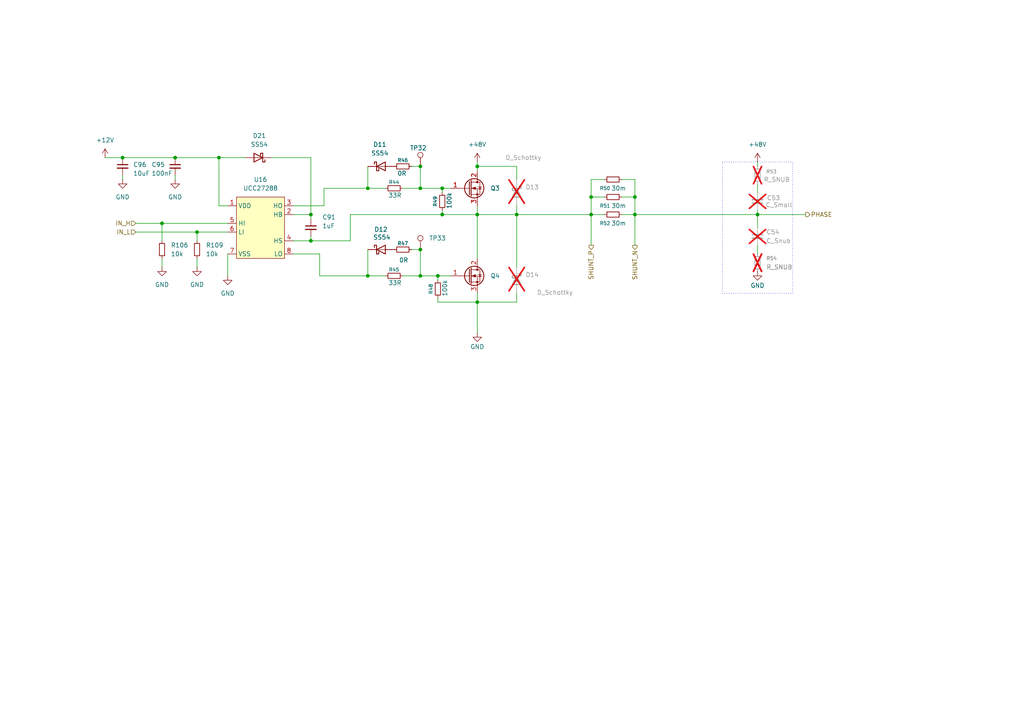
<source format=kicad_sch>
(kicad_sch (version 20250114) (generator "eeschema") (generator_version "9.0")
  (paper "A4")
  (lib_symbols
    (symbol "Connector:TestPoint" (pin_numbers (hide yes)) (pin_names (offset 0.762) (hide yes))
      (property "Reference" "TP" (at 0 6.858 0))
      (property "Value" "TestPoint" (at 0 5.08 0))
      (symbol "TestPoint_0_1"
        (circle (center 0 3.302) (radius 0.762))
      )
      (symbol "TestPoint_1_1"
        (pin passive line (at 0 0 90) (length 2.54) (name "1") (number "1"))
      )
    )
    (symbol "Device:C_Small" (pin_numbers (hide yes)) (pin_names (offset 0.254) (hide yes))
      (property "Reference" "C" (at 0.254 1.778 0))
      (property "Value" "C_Small" (at 0.254 -2.032 0))
      (symbol "C_Small_0_1"
        (polyline (pts (xy -1.524 0.508) (xy 1.524 0.508)) (stroke (width 0.3048)))
        (polyline (pts (xy -1.524 -0.508) (xy 1.524 -0.508)) (stroke (width 0.3302)))
      )
      (symbol "C_Small_1_1"
        (pin passive line (at 0 2.54 270) (length 2.032) (name "~") (number "1"))
        (pin passive line (at 0 -2.54 90) (length 2.032) (name "~") (number "2"))
      )
    )
    (symbol "Device:D_Schottky" (pin_numbers (hide yes)) (pin_names (offset 1.016) (hide yes))
      (property "Reference" "D" (at 0 2.54 0))
      (property "Value" "D_Schottky" (at 0 -2.54 0))
      (symbol "D_Schottky_0_1"
        (polyline (pts (xy -1.905 0.635) (xy -1.905 1.27) (xy -1.27 1.27) (xy -1.27 -1.27) (xy -0.635 -1.27) (xy -0.635 -0.635)) (stroke (width 0.254)))
        (polyline (pts (xy 1.27 1.27) (xy 1.27 -1.27) (xy -1.27 0) (xy 1.27 1.27)) (stroke (width 0.254)))
        (polyline (pts (xy 1.27 0) (xy -1.27 0)))
      )
      (symbol "D_Schottky_1_1"
        (pin passive line (at -3.81 0 0) (length 2.54) (name "K") (number "1"))
        (pin passive line (at 3.81 0 180) (length 2.54) (name "A") (number "2"))
      )
    )
    (symbol "Device:R_Small" (pin_numbers (hide yes)) (pin_names (offset 0.254) (hide yes))
      (property "Reference" "R" (at 0 0 90))
      (property "Value" "R_Small" (at 1.778 0 90))
      (symbol "R_Small_0_1"
        (rectangle (start -0.762 1.778) (end 0.762 -1.778) (stroke (width 0.2032)))
      )
      (symbol "R_Small_1_1"
        (pin passive line (at 0 2.54 270) (length 0.762) (name "~") (number "1"))
        (pin passive line (at 0 -2.54 90) (length 0.762) (name "~") (number "2"))
      )
    )
    (symbol "Diode:SS24" (pin_numbers (hide yes)) (pin_names (offset 1.016) (hide yes))
      (property "Reference" "D" (at 0 2.54 0))
      (property "Value" "SS24" (at 0 -2.54 0))
      (symbol "SS24_0_1"
        (polyline (pts (xy -1.905 0.635) (xy -1.905 1.27) (xy -1.27 1.27) (xy -1.27 -1.27) (xy -0.635 -1.27) (xy -0.635 -0.635)) (stroke (width 0.254)))
        (polyline (pts (xy 1.27 1.27) (xy 1.27 -1.27) (xy -1.27 0) (xy 1.27 1.27)) (stroke (width 0.254)))
        (polyline (pts (xy 1.27 0) (xy -1.27 0)))
      )
      (symbol "SS24_1_1"
        (pin passive line (at -3.81 0 0) (length 2.54) (name "K") (number "1"))
        (pin passive line (at 3.81 0 180) (length 2.54) (name "A") (number "2"))
      )
    )
    (symbol "R_Small_1" (pin_numbers (hide yes)) (pin_names (offset 0.254) (hide yes))
      (property "Reference" "R" (at 0.762 0.508 0))
      (property "Value" "R_Small" (at 0.762 -1.016 0))
      (symbol "R_Small_1_0_1"
        (rectangle (start -0.762 1.778) (end 0.762 -1.778) (stroke (width 0.2032)))
      )
      (symbol "R_Small_1_1_1"
        (pin passive line (at 0 2.54 270) (length 0.762) (name "~") (number "1"))
        (pin passive line (at 0 -2.54 90) (length 0.762) (name "~") (number "2"))
      )
    )
    (symbol "Transistor_FET_Other:Q_NMOS_Depletion_GDS" (pin_names (offset 0) (hide yes))
      (property "Reference" "Q" (at 5.08 1.905 0))
      (property "Value" "Q_NMOS_Depletion_GDS" (at 5.08 0 0))
      (symbol "Q_NMOS_Depletion_GDS_0_1"
        (polyline (pts (xy 0.254 1.905) (xy 0.254 -1.905)) (stroke (width 0.254)))
        (polyline (pts (xy 0.254 0) (xy -2.54 0)))
        (polyline (pts (xy 0.762 2.286) (xy 0.762 -2.286)) (stroke (width 0.254)))
        (polyline (pts (xy 0.762 -1.778) (xy 3.302 -1.778) (xy 3.302 1.778) (xy 0.762 1.778)))
        (polyline (pts (xy 1.016 0) (xy 2.032 0.381) (xy 2.032 -0.381) (xy 1.016 0)) (fill (type outline)))
        (circle (center 1.651 0) (radius 2.794) (stroke (width 0.254)))
        (polyline (pts (xy 2.54 2.54) (xy 2.54 1.778)))
        (circle (center 2.54 1.778) (radius 0.254) (fill (type outline)))
        (circle (center 2.54 -1.778) (radius 0.254) (fill (type outline)))
        (polyline (pts (xy 2.54 -2.54) (xy 2.54 0) (xy 0.762 0)))
        (polyline (pts (xy 2.794 0.508) (xy 2.921 0.381) (xy 3.683 0.381) (xy 3.81 0.254)))
        (polyline (pts (xy 3.302 0.381) (xy 2.921 -0.254) (xy 3.683 -0.254) (xy 3.302 0.381)))
      )
      (symbol "Q_NMOS_Depletion_GDS_1_1"
        (pin input line (at -5.08 0 0) (length 2.54) (name "G") (number "1"))
        (pin passive line (at 2.54 5.08 270) (length 2.54) (name "D") (number "2"))
        (pin passive line (at 2.54 -5.08 90) (length 2.54) (name "S") (number "3"))
      )
    )
    (symbol "bldc_driver_lib:UCC27288"
      (property "Reference" "U" (at 2.54 8.382 0))
      (property "Value" "UCC27288" (at 5.334 6.35 0))
      (symbol "UCC27288_1_1"
        (rectangle (start -3.81 5.08) (end 10.16 -12.7) (fill (type background)))
        (pin passive line (at -6.35 2.54 0) (length 2.54) (name "VDD") (number "1"))
        (pin passive line (at -6.35 -2.54 0) (length 2.54) (name "HI") (number "5"))
        (pin passive line (at -6.35 -5.08 0) (length 2.54) (name "LI") (number "6"))
        (pin passive line (at -6.35 -11.43 0) (length 2.54) (name "VSS") (number "7"))
        (pin passive line (at 12.7 2.54 180) (length 2.54) (name "HO") (number "3"))
        (pin passive line (at 12.7 0 180) (length 2.54) (name "HB") (number "2"))
        (pin passive line (at 12.7 -7.62 180) (length 2.54) (name "HS") (number "4"))
        (pin passive line (at 12.7 -11.43 180) (length 2.54) (name "LO") (number "8"))
      )
    )
    (symbol "power:+12V" (power) (pin_numbers (hide yes)) (pin_names (offset 0) (hide yes))
      (property "Value" "+12V" (at 0 3.556 0))
      (symbol "+12V_0_1"
        (polyline (pts (xy -0.762 1.27) (xy 0 2.54)))
        (polyline (pts (xy 0 2.54) (xy 0.762 1.27)))
        (polyline (pts (xy 0 0) (xy 0 2.54)))
      )
      (symbol "+12V_1_1"
        (pin power_in line (at 0 0 90) (length 0) (name "~") (number "1"))
      )
    )
    (symbol "power:+48V" (power) (pin_numbers (hide yes)) (pin_names (offset 0) (hide yes))
      (property "Value" "+48V" (at 0 3.556 0))
      (symbol "+48V_0_1"
        (polyline (pts (xy -0.762 1.27) (xy 0 2.54)))
        (polyline (pts (xy 0 2.54) (xy 0.762 1.27)))
        (polyline (pts (xy 0 0) (xy 0 2.54)))
      )
      (symbol "+48V_1_1"
        (pin power_in line (at 0 0 90) (length 0) (name "~") (number "1"))
      )
    )
    (symbol "power:GND" (power) (pin_numbers (hide yes)) (pin_names (offset 0) (hide yes))
      (property "Value" "GND" (at 0 -3.81 0))
      (symbol "GND_0_1"
        (polyline (pts (xy 0 0) (xy 0 -1.27) (xy 1.27 -1.27) (xy 0 -2.54) (xy -1.27 -1.27) (xy 0 -1.27)))
      )
      (symbol "GND_1_1"
        (pin power_in line (at 0 0 270) (length 0) (name "~") (number "1"))
      )
    )
  )
  (rectangle (start 209.55 46.99) (end 229.87 85.09) (stroke (width 0) (type dot)))
  (junction (at 184.15 62.23))
  (junction (at 138.43 87.63))
  (junction (at 127 80.01))
  (junction (at 138.43 48.26))
  (junction (at 50.8 45.72))
  (junction (at 90.17 62.23))
  (junction (at 121.92 48.26))
  (junction (at 90.17 69.85))
  (junction (at 171.45 62.23))
  (junction (at 106.68 80.01))
  (junction (at 121.92 72.39))
  (junction (at 149.86 62.23))
  (junction (at 138.43 62.23))
  (junction (at 171.45 57.15))
  (junction (at 121.92 80.01))
  (junction (at 128.27 62.23))
  (junction (at 46.99 64.77))
  (junction (at 128.27 54.61))
  (junction (at 106.68 54.61))
  (junction (at 219.71 62.23))
  (junction (at 121.92 54.61))
  (junction (at 35.56 45.72))
  (junction (at 57.15 67.31))
  (junction (at 184.15 57.15))
  (junction (at 63.5 45.72))
  (wire (pts (xy 30.48 45.72) (xy 35.56 45.72)))
  (wire (pts (xy 121.92 48.26) (xy 121.92 54.61)))
  (wire (pts (xy 101.6 62.23) (xy 101.6 69.85)))
  (wire (pts (xy 171.45 57.15) (xy 171.45 62.23)))
  (wire (pts (xy 63.5 59.69) (xy 63.5 45.72)))
  (wire (pts (xy 127 80.01) (xy 130.81 80.01)))
  (wire (pts (xy 138.43 59.69) (xy 138.43 62.23)))
  (wire (pts (xy 57.15 67.31) (xy 57.15 69.85)))
  (wire (pts (xy 116.84 80.01) (xy 121.92 80.01)))
  (wire (pts (xy 184.15 62.23) (xy 184.15 71.12)))
  (wire (pts (xy 50.8 52.07) (xy 50.8 50.8)))
  (wire (pts (xy 92.71 80.01) (xy 106.68 80.01)))
  (wire (pts (xy 138.43 48.26) (xy 149.86 48.26)))
  (wire (pts (xy 171.45 62.23) (xy 171.45 71.12)))
  (wire (pts (xy 39.37 64.77) (xy 46.99 64.77)))
  (wire (pts (xy 101.6 69.85) (xy 90.17 69.85)))
  (wire (pts (xy 39.37 67.31) (xy 57.15 67.31)))
  (wire (pts (xy 90.17 63.5) (xy 90.17 62.23)))
  (wire (pts (xy 106.68 72.39) (xy 106.68 80.01)))
  (wire (pts (xy 101.6 62.23) (xy 128.27 62.23)))
  (wire (pts (xy 119.38 48.26) (xy 121.92 48.26)))
  (wire (pts (xy 175.26 52.07) (xy 171.45 52.07)))
  (wire (pts (xy 63.5 59.69) (xy 66.04 59.69)))
  (wire (pts (xy 66.04 73.66) (xy 66.04 80.01)))
  (wire (pts (xy 149.86 52.07) (xy 149.86 48.26)))
  (wire (pts (xy 46.99 64.77) (xy 46.99 69.85)))
  (wire (pts (xy 138.43 85.09) (xy 138.43 87.63)))
  (wire (pts (xy 128.27 55.88) (xy 128.27 54.61)))
  (wire (pts (xy 90.17 62.23) (xy 90.17 45.72)))
  (wire (pts (xy 184.15 62.23) (xy 219.71 62.23)))
  (wire (pts (xy 171.45 57.15) (xy 175.26 57.15)))
  (wire (pts (xy 138.43 48.26) (xy 138.43 49.53)))
  (wire (pts (xy 149.86 62.23) (xy 138.43 62.23)))
  (wire (pts (xy 92.71 73.66) (xy 85.09 73.66)))
  (wire (pts (xy 138.43 87.63) (xy 149.86 87.63)))
  (wire (pts (xy 46.99 77.47) (xy 46.99 74.93)))
  (wire (pts (xy 50.8 45.72) (xy 63.5 45.72)))
  (wire (pts (xy 128.27 54.61) (xy 130.81 54.61)))
  (wire (pts (xy 35.56 45.72) (xy 50.8 45.72)))
  (wire (pts (xy 219.71 60.96) (xy 219.71 62.23)))
  (wire (pts (xy 35.56 52.07) (xy 35.56 50.8)))
  (wire (pts (xy 121.92 54.61) (xy 128.27 54.61)))
  (wire (pts (xy 233.68 62.23) (xy 219.71 62.23)))
  (wire (pts (xy 127 87.63) (xy 138.43 87.63)))
  (wire (pts (xy 184.15 52.07) (xy 184.15 57.15)))
  (wire (pts (xy 106.68 54.61) (xy 106.68 48.26)))
  (wire (pts (xy 121.92 80.01) (xy 127 80.01)))
  (wire (pts (xy 85.09 62.23) (xy 90.17 62.23)))
  (wire (pts (xy 180.34 57.15) (xy 184.15 57.15)))
  (wire (pts (xy 92.71 80.01) (xy 92.71 73.66)))
  (wire (pts (xy 219.71 73.66) (xy 219.71 71.12)))
  (wire (pts (xy 63.5 45.72) (xy 71.12 45.72)))
  (wire (pts (xy 90.17 69.85) (xy 85.09 69.85)))
  (wire (pts (xy 180.34 52.07) (xy 184.15 52.07)))
  (wire (pts (xy 57.15 77.47) (xy 57.15 74.93)))
  (wire (pts (xy 128.27 60.96) (xy 128.27 62.23)))
  (wire (pts (xy 46.99 64.77) (xy 66.04 64.77)))
  (wire (pts (xy 90.17 68.58) (xy 90.17 69.85)))
  (wire (pts (xy 149.86 62.23) (xy 149.86 77.47)))
  (wire (pts (xy 171.45 62.23) (xy 175.26 62.23)))
  (wire (pts (xy 127 87.63) (xy 127 86.36)))
  (wire (pts (xy 121.92 72.39) (xy 121.92 80.01)))
  (wire (pts (xy 78.74 45.72) (xy 90.17 45.72)))
  (wire (pts (xy 219.71 53.34) (xy 219.71 55.88)))
  (wire (pts (xy 57.15 67.31) (xy 66.04 67.31)))
  (wire (pts (xy 127 81.28) (xy 127 80.01)))
  (wire (pts (xy 180.34 62.23) (xy 184.15 62.23)))
  (wire (pts (xy 93.98 54.61) (xy 106.68 54.61)))
  (wire (pts (xy 138.43 96.52) (xy 138.43 87.63)))
  (wire (pts (xy 184.15 57.15) (xy 184.15 62.23)))
  (wire (pts (xy 128.27 62.23) (xy 138.43 62.23)))
  (wire (pts (xy 116.84 54.61) (xy 121.92 54.61)))
  (wire (pts (xy 149.86 62.23) (xy 171.45 62.23)))
  (wire (pts (xy 138.43 62.23) (xy 138.43 74.93)))
  (wire (pts (xy 219.71 66.04) (xy 219.71 62.23)))
  (wire (pts (xy 171.45 52.07) (xy 171.45 57.15)))
  (wire (pts (xy 93.98 59.69) (xy 93.98 54.61)))
  (wire (pts (xy 219.71 46.99) (xy 219.71 48.26)))
  (wire (pts (xy 111.76 80.01) (xy 106.68 80.01)))
  (wire (pts (xy 138.43 46.99) (xy 138.43 48.26)))
  (wire (pts (xy 149.86 87.63) (xy 149.86 85.09)))
  (wire (pts (xy 85.09 59.69) (xy 93.98 59.69)))
  (wire (pts (xy 119.38 72.39) (xy 121.92 72.39)))
  (wire (pts (xy 111.76 54.61) (xy 106.68 54.61)))
  (wire (pts (xy 149.86 59.69) (xy 149.86 62.23)))
  (hierarchical_label "PHASE" (shape output) (at 233.68 62.23 0))
  (hierarchical_label "IN_L" (shape input) (at 39.37 67.31 180))
  (hierarchical_label "IN_H" (shape input) (at 39.37 64.77 180))
  (hierarchical_label "SHUNT_N" (shape output) (at 184.15 71.12 270))
  (hierarchical_label "SHUNT_P" (shape output) (at 171.45 71.12 270))
  (symbol (lib_id "Device:C_Small") (at 219.71 58.42 180) (unit 1) (dnp yes)
    (property "Reference" "C51" (at 226.314 57.404 0) (effects (justify left)))
    (property "Value" "C_Small" (at 229.87 59.436 0) (effects (justify left)))
    (property "Footprint" "Capacitor_SMD:C_1206_3216Metric" (effects (hide yes)))
    (property "Description" "Unpolarized capacitor, small symbol" (effects (hide yes)))
    (instances (project "bldc_driver_hw" (path "" (reference "C53") (unit 1)) (path "" (reference "C55") (unit 1)) (path "" (reference "C51") (unit 1))))
  )
  (symbol (lib_id "Device:R_Small") (at 116.84 48.26 270) (mirror x) (unit 1)
    (property "Reference" "R35" (at 116.84 46.482 90) (effects (font (size 1.016 1.016))))
    (property "Value" "0R" (at 116.586 50.292 90))
    (property "Footprint" "Resistor_SMD:R_0805_2012Metric" (effects (hide yes)))
    (property "Description" "Resistor, small symbol" (effects (hide yes)))
    (property "LCSC" "C15402" (effects (hide yes)))
    (instances (project "bldc_driver_hw" (path "" (reference "R46") (unit 1)) (path "" (reference "R57") (unit 1)) (path "" (reference "R35") (unit 1))))
  )
  (symbol (lib_id "Device:R_Small") (at 116.84 72.39 90) (unit 1)
    (property "Reference" "R36" (at 116.84 70.612 90) (effects (font (size 1.016 1.016))))
    (property "Value" "0R" (at 117.094 75.438 90))
    (property "Footprint" "Resistor_SMD:R_0805_2012Metric" (effects (hide yes)))
    (property "Description" "Resistor, small symbol" (effects (hide yes)))
    (property "LCSC" "C15402" (effects (hide yes)))
    (instances (project "bldc_driver_hw" (path "" (reference "R47") (unit 1)) (path "" (reference "R58") (unit 1)) (path "" (reference "R36") (unit 1))))
  )
  (symbol (lib_id "Device:D_Schottky") (at 149.86 81.28 270) (unit 1) (dnp yes)
    (property "Reference" "D10" (at 152.4 79.6924 90) (effects (justify left)))
    (property "Value" "D_Schottky" (at 155.702 84.836 90) (effects (justify left)))
    (property "Footprint" "Diode_SMD:D_SMB" (effects (hide yes)))
    (property "Description" "Schottky diode" (effects (hide yes)))
    (instances (project "bldc_driver_hw" (path "" (reference "D14") (unit 1)) (path "" (reference "D18") (unit 1)) (path "" (reference "D10") (unit 1))))
  )
  (symbol (lib_id "Device:R_Small") (at 127 83.82 180) (unit 1)
    (property "Reference" "R37" (at 124.968 83.82 90) (effects (font (size 1.016 1.016))))
    (property "Value" "100k" (at 129.032 83.566 90))
    (property "Footprint" "Resistor_SMD:R_0805_2012Metric" (effects (hide yes)))
    (property "Description" "Resistor, small symbol" (effects (hide yes)))
    (property "LCSC" "C25803" (effects (hide yes)))
    (instances (project "bldc_driver_hw" (path "" (reference "R48") (unit 1)) (path "" (reference "R59") (unit 1)) (path "" (reference "R37") (unit 1))))
  )
  (symbol (lib_id "power:GND") (at 35.56 52.07 0) (unit 1)
    (property "Reference" "#PWR0197" (effects (hide yes)))
    (property "Value" "GND" (at 35.56 57.15 0))
    (property "Description" "Power symbol creates a global label with name \"GND\" , ground" (effects (hide yes)))
    (instances (project "bldc_driver_hw" (path "" (reference "#PWR0199") (unit 1)) (path "" (reference "#PWR0201") (unit 1)) (path "" (reference "#PWR0197") (unit 1))))
  )
  (symbol (lib_id "Device:C_Small") (at 35.56 48.26 0) (unit 1)
    (property "Reference" "C94" (at 38.608 47.752 0) (effects (justify left)))
    (property "Value" "10uF" (at 38.608 50.292 0) (effects (justify left)))
    (property "Footprint" "Capacitor_SMD:C_0603_1608Metric" (effects (hide yes)))
    (property "Description" "Unpolarized capacitor, small symbol" (effects (hide yes)))
    (property "LCSC" "C96446" (effects (hide yes)))
    (instances (project "bldc_driver_hw" (path "" (reference "C96") (unit 1)) (path "" (reference "C98") (unit 1)) (path "" (reference "C94") (unit 1))))
  )
  (symbol (lib_name "R_Small_1") (lib_id "Device:R_Small") (at 46.99 72.39 0) (unit 1)
    (property "Reference" "R105" (at 49.53 71.1199 0) (effects (justify left)))
    (property "Value" "10k" (at 49.53 73.6599 0) (effects (justify left)))
    (property "Footprint" "Resistor_SMD:R_0603_1608Metric" (effects (hide yes)))
    (property "Description" "Resistor, small symbol" (effects (hide yes)))
    (property "LCSC" "C25804" (effects (hide yes)))
    (instances (project "" (path "" (reference "R106") (unit 1)) (path "" (reference "R107") (unit 1)) (path "" (reference "R105") (unit 1))))
  )
  (symbol (lib_id "Diode:SS24") (at 74.93 45.72 180) (unit 1)
    (property "Reference" "D20" (at 75.2475 39.37 0))
    (property "Value" "SS54" (at 75.2475 41.91 0))
    (property "Footprint" "Diode_SMD:D_SMA" (effects (hide yes)))
    (property "Datasheet" "https://www.vishay.com/docs/88748/ss22.pdf" (effects (hide yes)))
    (property "Description" "40V 2A Schottky Diode, SMA" (effects (hide yes)))
    (property "LCSC" "C22452" (effects (hide yes)))
    (instances (project "" (path "" (reference "D21") (unit 1)) (path "" (reference "D22") (unit 1)) (path "" (reference "D20") (unit 1))))
  )
  (symbol (lib_id "Connector:TestPoint") (at 121.92 72.39 0) (unit 1)
    (property "Reference" "TP31" (at 124.46 69.088 0) (effects (justify left)))
    (property "Value" "TestPoint" (effects (hide yes)))
    (property "Footprint" "TestPoint:TestPoint_Pad_D2.0mm" (effects (hide yes)))
    (property "Description" "test point" (effects (hide yes)))
    (instances (project "bldc_driver_hw" (path "" (reference "TP33") (unit 1)) (path "" (reference "TP35") (unit 1)) (path "" (reference "TP31") (unit 1))))
  )
  (symbol (lib_id "Diode:SS24") (at 110.49 72.39 0) (unit 1)
    (property "Reference" "D8" (at 110.49 66.548 0))
    (property "Value" "SS54" (at 110.744 68.834 0))
    (property "Footprint" "Diode_SMD:D_SMA" (effects (hide yes)))
    (property "Datasheet" "https://www.vishay.com/docs/88748/ss22.pdf" (effects (hide yes)))
    (property "Description" "40V 2A Schottky Diode, SMA" (effects (hide yes)))
    (property "LCSC" "C22452" (effects (hide yes)))
    (instances (project "bldc_driver_hw" (path "" (reference "D12") (unit 1)) (path "" (reference "D16") (unit 1)) (path "" (reference "D8") (unit 1))))
  )
  (symbol (lib_id "power:GND") (at 138.43 96.52 0) (unit 1)
    (property "Reference" "#PWR0121" (effects (hide yes)))
    (property "Value" "GND" (at 138.43 100.584 0))
    (property "Description" "Power symbol creates a global label with name \"GND\" , ground" (effects (hide yes)))
    (instances (project "bldc_driver_hw" (path "" (reference "#PWR0125") (unit 1)) (path "" (reference "#PWR0129") (unit 1)) (path "" (reference "#PWR0121") (unit 1))))
  )
  (symbol (lib_id "power:+48V") (at 219.71 46.99 0) (unit 1)
    (property "Reference" "#PWR0122" (effects (hide yes)))
    (property "Value" "+48V" (at 219.71 41.91 0))
    (property "Description" "Power symbol creates a global label with name \"+48V\"" (effects (hide yes)))
    (instances (project "bldc_driver_hw" (path "" (reference "#PWR0126") (unit 1)) (path "" (reference "#PWR0130") (unit 1)) (path "" (reference "#PWR0122") (unit 1))))
  )
  (symbol (lib_id "Device:C_Small") (at 90.17 66.04 0) (unit 1)
    (property "Reference" "C90" (at 93.472 62.992 0) (effects (justify left)))
    (property "Value" "1uF" (at 93.472 65.532 0) (effects (justify left)))
    (property "Footprint" "Capacitor_SMD:C_0603_1608Metric" (effects (hide yes)))
    (property "Description" "Unpolarized capacitor, small symbol" (effects (hide yes)))
    (property "LCSC" "C15849" (effects (hide yes)))
    (instances (project "bldc_driver_hw" (path "" (reference "C91") (unit 1)) (path "" (reference "C92") (unit 1)) (path "" (reference "C90") (unit 1))))
  )
  (symbol (lib_id "power:+12V") (at 30.48 45.72 0) (unit 1)
    (property "Reference" "#PWR0202" (effects (hide yes)))
    (property "Value" "+12V" (at 30.48 40.64 0))
    (property "Description" "Power symbol creates a global label with name \"+12V\"" (effects (hide yes)))
    (instances (project "" (path "" (reference "#PWR0203") (unit 1)) (path "" (reference "#PWR0204") (unit 1)) (path "" (reference "#PWR0202") (unit 1))))
  )
  (symbol (lib_id "power:GND") (at 66.04 80.01 0) (unit 1)
    (property "Reference" "#PWR0193" (effects (hide yes)))
    (property "Value" "GND" (at 66.04 85.09 0))
    (property "Description" "Power symbol creates a global label with name \"GND\" , ground" (effects (hide yes)))
    (instances (project "bldc_driver_hw" (path "" (reference "#PWR0194") (unit 1)) (path "" (reference "#PWR0195") (unit 1)) (path "" (reference "#PWR0193") (unit 1))))
  )
  (symbol (lib_id "power:GND") (at 57.15 77.47 0) (unit 1)
    (property "Reference" "#PWR0208" (effects (hide yes)))
    (property "Value" "GND" (at 57.15 82.55 0))
    (property "Description" "Power symbol creates a global label with name \"GND\" , ground" (effects (hide yes)))
    (instances (project "bldc_driver_hw" (path "" (reference "#PWR0209") (unit 1)) (path "" (reference "#PWR0210") (unit 1)) (path "" (reference "#PWR0208") (unit 1))))
  )
  (symbol (lib_id "power:GND") (at 50.8 52.07 0) (unit 1)
    (property "Reference" "#PWR0196" (effects (hide yes)))
    (property "Value" "GND" (at 50.8 57.15 0))
    (property "Description" "Power symbol creates a global label with name \"GND\" , ground" (effects (hide yes)))
    (instances (project "bldc_driver_hw" (path "" (reference "#PWR0198") (unit 1)) (path "" (reference "#PWR0200") (unit 1)) (path "" (reference "#PWR0196") (unit 1))))
  )
  (symbol (lib_id "Device:R_Small") (at 114.3 54.61 90) (unit 1)
    (property "Reference" "R33" (at 114.3 52.832 90) (effects (font (size 1.016 1.016))))
    (property "Value" "33R" (at 114.554 56.642 90))
    (property "Footprint" "Resistor_SMD:R_0805_2012Metric" (effects (hide yes)))
    (property "Description" "Resistor, small symbol" (effects (hide yes)))
    (property "LCSC" "C17634" (effects (hide yes)))
    (instances (project "bldc_driver_hw" (path "" (reference "R44") (unit 1)) (path "" (reference "R55") (unit 1)) (path "" (reference "R33") (unit 1))))
  )
  (symbol (lib_id "Device:R_Small") (at 128.27 58.42 180) (unit 1)
    (property "Reference" "R38" (at 126.238 58.42 90) (effects (font (size 1.016 1.016))))
    (property "Value" "100k" (at 130.302 58.166 90))
    (property "Footprint" "Resistor_SMD:R_0805_2012Metric" (effects (hide yes)))
    (property "Description" "Resistor, small symbol" (effects (hide yes)))
    (property "LCSC" "C25803" (effects (hide yes)))
    (instances (project "bldc_driver_hw" (path "" (reference "R49") (unit 1)) (path "" (reference "R60") (unit 1)) (path "" (reference "R38") (unit 1))))
  )
  (symbol (lib_id "Diode:SS24") (at 110.49 48.26 0) (unit 1)
    (property "Reference" "D7" (at 110.1725 41.91 0))
    (property "Value" "SS54" (at 110.1725 44.45 0))
    (property "Footprint" "Diode_SMD:D_SMA" (effects (hide yes)))
    (property "Datasheet" "https://www.vishay.com/docs/88748/ss22.pdf" (effects (hide yes)))
    (property "Description" "40V 2A Schottky Diode, SMA" (effects (hide yes)))
    (property "LCSC" "C22452" (effects (hide yes)))
    (instances (project "" (path "" (reference "D11") (unit 1)) (path "" (reference "D15") (unit 1)) (path "" (reference "D7") (unit 1))))
  )
  (symbol (lib_id "power:GND") (at 219.71 78.74 0) (unit 1)
    (property "Reference" "#PWR0123" (effects (hide yes)))
    (property "Value" "GND" (at 219.71 82.804 0))
    (property "Description" "Power symbol creates a global label with name \"GND\" , ground" (effects (hide yes)))
    (instances (project "bldc_driver_hw" (path "" (reference "#PWR0127") (unit 1)) (path "" (reference "#PWR0131") (unit 1)) (path "" (reference "#PWR0123") (unit 1))))
  )
  (symbol (lib_id "Device:C_Small") (at 50.8 48.26 0) (unit 1)
    (property "Reference" "C93" (at 43.942 47.752 0) (effects (justify left)))
    (property "Value" "100nF" (at 43.942 50.292 0) (effects (justify left)))
    (property "Footprint" "Capacitor_SMD:C_0603_1608Metric" (effects (hide yes)))
    (property "Description" "Unpolarized capacitor, small symbol" (effects (hide yes)))
    (property "LCSC" "C14663" (effects (hide yes)))
    (instances (project "bldc_driver_hw" (path "" (reference "C95") (unit 1)) (path "" (reference "C97") (unit 1)) (path "" (reference "C93") (unit 1))))
  )
  (symbol (lib_id "power:+48V") (at 138.43 46.99 0) (unit 1)
    (property "Reference" "#PWR0120" (effects (hide yes)))
    (property "Value" "+48V" (at 138.43 41.91 0))
    (property "Description" "Power symbol creates a global label with name \"+48V\"" (effects (hide yes)))
    (instances (project "bldc_driver_hw" (path "" (reference "#PWR0124") (unit 1)) (path "" (reference "#PWR0128") (unit 1)) (path "" (reference "#PWR0120") (unit 1))))
  )
  (symbol (lib_id "Transistor_FET_Other:Q_NMOS_Depletion_GDS") (at 135.89 54.61 0) (unit 1)
    (property "Reference" "Q1" (at 142.24 54.6099 0) (effects (justify left)))
    (property "Value" "IPB026N06NATMA1" (effects (hide yes)))
    (property "Footprint" "Package_TO_SOT_SMD:TO-263-2" (effects (hide yes)))
    (property "Description" "Depletion-mode N-channel MOSFET gate/drain/source" (effects (hide yes)))
    (instances (project "" (path "" (reference "Q3") (unit 1)) (path "" (reference "Q5") (unit 1)) (path "" (reference "Q1") (unit 1))))
  )
  (symbol (lib_id "Device:R_Small") (at 219.71 76.2 0) (unit 1) (dnp yes)
    (property "Reference" "R43" (at 222.25 74.9299 0) (effects (font (size 1.016 1.016)) (justify left)))
    (property "Value" "R_SNUB" (at 222.25 77.4699 0) (effects (justify left)))
    (property "Footprint" "Resistor_SMD:R_1206_3216Metric" (effects (hide yes)))
    (property "Description" "Resistor, small symbol" (effects (hide yes)))
    (instances (project "bldc_driver_hw" (path "" (reference "R54") (unit 1)) (path "" (reference "R65") (unit 1)) (path "" (reference "R43") (unit 1))))
  )
  (symbol (lib_id "power:GND") (at 46.99 77.47 0) (unit 1)
    (property "Reference" "#PWR0205" (effects (hide yes)))
    (property "Value" "GND" (at 46.99 82.55 0))
    (property "Description" "Power symbol creates a global label with name \"GND\" , ground" (effects (hide yes)))
    (instances (project "bldc_driver_hw" (path "" (reference "#PWR0206") (unit 1)) (path "" (reference "#PWR0207") (unit 1)) (path "" (reference "#PWR0205") (unit 1))))
  )
  (symbol (lib_id "Device:R_Small") (at 177.8 62.23 90) (unit 1)
    (property "Reference" "R41" (at 177.038 64.77 90) (effects (font (size 1.016 1.016)) (justify left)))
    (property "Value" "30m" (at 181.61 64.77 90) (effects (justify left)))
    (property "Footprint" "Resistor_SMD:R_2512_6332Metric" (effects (hide yes)))
    (property "Description" "Resistor, small symbol" (effects (hide yes)))
    (instances (project "bldc_driver_hw" (path "" (reference "R52") (unit 1)) (path "" (reference "R63") (unit 1)) (path "" (reference "R41") (unit 1))))
  )
  (symbol (lib_id "bldc_driver_lib:UCC27288") (at 72.39 62.23 0) (unit 1)
    (property "Reference" "U15" (at 75.565 52.07 0))
    (property "Value" "UCC27288" (at 75.565 54.61 0))
    (property "Footprint" "Package_SO:SOIC-8_3.9x4.9mm_P1.27mm" (effects (hide yes)))
    (instances (project "bldc_driver_hw" (path "" (reference "U16") (unit 1)) (path "" (reference "U17") (unit 1)) (path "" (reference "U15") (unit 1))))
  )
  (symbol (lib_id "Connector:TestPoint") (at 121.92 48.26 0) (unit 1)
    (property "Reference" "TP30" (at 118.872 42.926 0) (effects (justify left)))
    (property "Value" "TestPoint" (effects (hide yes)))
    (property "Footprint" "TestPoint:TestPoint_Pad_D2.0mm" (effects (hide yes)))
    (property "Description" "test point" (effects (hide yes)))
    (instances (project "bldc_driver_hw" (path "" (reference "TP32") (unit 1)) (path "" (reference "TP34") (unit 1)) (path "" (reference "TP30") (unit 1))))
  )
  (symbol (lib_id "Transistor_FET_Other:Q_NMOS_Depletion_GDS") (at 135.89 80.01 0) (unit 1)
    (property "Reference" "Q2" (at 142.24 80.0099 0) (effects (justify left)))
    (property "Value" "IPB026N06NATMA1" (effects (hide yes)))
    (property "Footprint" "Package_TO_SOT_SMD:TO-263-2" (effects (hide yes)))
    (property "Description" "Depletion-mode N-channel MOSFET gate/drain/source" (effects (hide yes)))
    (instances (project "bldc_driver_hw" (path "" (reference "Q4") (unit 1)) (path "" (reference "Q6") (unit 1)) (path "" (reference "Q2") (unit 1))))
  )
  (symbol (lib_name "R_Small_1") (lib_id "Device:R_Small") (at 57.15 72.39 0) (unit 1)
    (property "Reference" "R108" (at 59.69 71.1199 0) (effects (justify left)))
    (property "Value" "10k" (at 59.69 73.6599 0) (effects (justify left)))
    (property "Footprint" "Resistor_SMD:R_0603_1608Metric" (effects (hide yes)))
    (property "Description" "Resistor, small symbol" (effects (hide yes)))
    (property "LCSC" "C25804" (effects (hide yes)))
    (instances (project "bldc_driver_hw" (path "" (reference "R109") (unit 1)) (path "" (reference "R110") (unit 1)) (path "" (reference "R108") (unit 1))))
  )
  (symbol (lib_id "Device:C_Small") (at 219.71 68.58 0) (unit 1) (dnp yes)
    (property "Reference" "C52" (at 222.25 67.3162 0) (effects (justify left)))
    (property "Value" "C_Snub" (at 222.25 69.8562 0) (effects (justify left)))
    (property "Footprint" "Capacitor_SMD:C_1206_3216Metric" (effects (hide yes)))
    (property "Description" "Unpolarized capacitor, small symbol" (effects (hide yes)))
    (instances (project "bldc_driver_hw" (path "" (reference "C54") (unit 1)) (path "" (reference "C56") (unit 1)) (path "" (reference "C52") (unit 1))))
  )
  (symbol (lib_id "Device:D_Schottky") (at 149.86 55.88 270) (unit 1) (dnp yes)
    (property "Reference" "D9" (at 152.4 54.2924 90) (effects (justify left)))
    (property "Value" "D_Schottky" (at 146.558 45.72 90) (effects (justify left)))
    (property "Footprint" "Diode_SMD:D_SMB" (effects (hide yes)))
    (property "Description" "Schottky diode" (effects (hide yes)))
    (instances (project "bldc_driver_hw" (path "" (reference "D13") (unit 1)) (path "" (reference "D17") (unit 1)) (path "" (reference "D9") (unit 1))))
  )
  (symbol (lib_id "Device:R_Small") (at 177.8 52.07 90) (unit 1)
    (property "Reference" "R39" (at 177.038 54.61 90) (effects (font (size 1.016 1.016)) (justify left)))
    (property "Value" "30m" (at 181.61 54.61 90) (effects (justify left)))
    (property "Footprint" "Resistor_SMD:R_2512_6332Metric" (effects (hide yes)))
    (property "Description" "Resistor, small symbol" (effects (hide yes)))
    (instances (project "bldc_driver_hw" (path "" (reference "R50") (unit 1)) (path "" (reference "R61") (unit 1)) (path "" (reference "R39") (unit 1))))
  )
  (symbol (lib_id "Device:R_Small") (at 219.71 50.8 180) (unit 1) (dnp yes)
    (property "Reference" "R42" (at 225.298 49.784 0) (effects (font (size 1.016 1.016)) (justify left)))
    (property "Value" "R_SNUB" (at 229.108 52.07 0) (effects (justify left)))
    (property "Footprint" "Resistor_SMD:R_1206_3216Metric" (effects (hide yes)))
    (property "Description" "Resistor, small symbol" (effects (hide yes)))
    (instances (project "bldc_driver_hw" (path "" (reference "R53") (unit 1)) (path "" (reference "R64") (unit 1)) (path "" (reference "R42") (unit 1))))
  )
  (symbol (lib_id "Device:R_Small") (at 177.8 57.15 90) (unit 1)
    (property "Reference" "R40" (at 177.038 59.69 90) (effects (font (size 1.016 1.016)) (justify left)))
    (property "Value" "30m" (at 181.61 59.69 90) (effects (justify left)))
    (property "Footprint" "Resistor_SMD:R_2512_6332Metric" (effects (hide yes)))
    (property "Description" "Resistor, small symbol" (effects (hide yes)))
    (instances (project "bldc_driver_hw" (path "" (reference "R51") (unit 1)) (path "" (reference "R62") (unit 1)) (path "" (reference "R40") (unit 1))))
  )
  (symbol (lib_id "Device:R_Small") (at 114.3 80.01 90) (unit 1)
    (property "Reference" "R34" (at 114.3 78.232 90) (effects (font (size 1.016 1.016))))
    (property "Value" "33R" (at 114.554 82.042 90))
    (property "Footprint" "Resistor_SMD:R_0805_2012Metric" (effects (hide yes)))
    (property "Description" "Resistor, small symbol" (effects (hide yes)))
    (property "LCSC" "C17634" (effects (hide yes)))
    (instances (project "bldc_driver_hw" (path "" (reference "R45") (unit 1)) (path "" (reference "R56") (unit 1)) (path "" (reference "R34") (unit 1))))
  )
)
</source>
